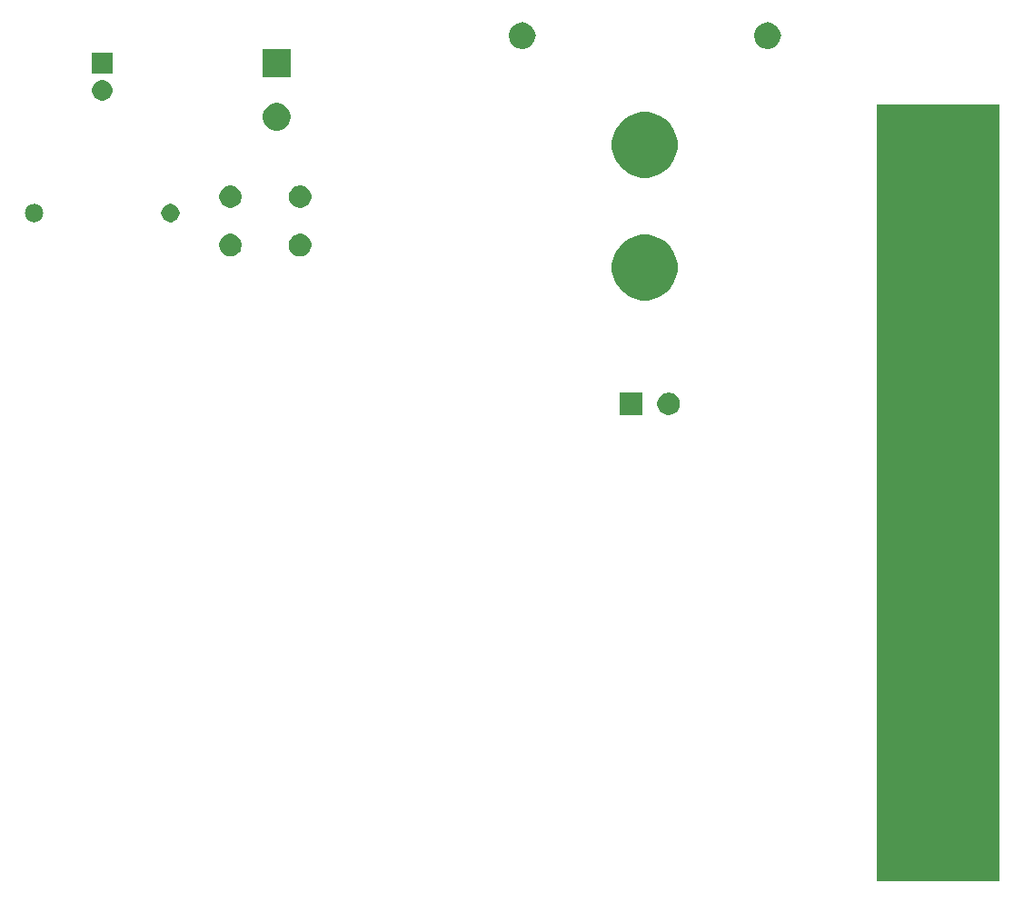
<source format=gbr>
G04 #@! TF.GenerationSoftware,KiCad,Pcbnew,5.0.1*
G04 #@! TF.CreationDate,2019-03-06T14:15:35+01:00*
G04 #@! TF.ProjectId,workshop,776F726B73686F702E6B696361645F70,rev?*
G04 #@! TF.SameCoordinates,Original*
G04 #@! TF.FileFunction,Soldermask,Top*
G04 #@! TF.FilePolarity,Negative*
%FSLAX46Y46*%
G04 Gerber Fmt 4.6, Leading zero omitted, Abs format (unit mm)*
G04 Created by KiCad (PCBNEW 5.0.1) date Mi 06 Mär 2019 14:15:35 CET*
%MOMM*%
%LPD*%
G01*
G04 APERTURE LIST*
%ADD10C,0.100000*%
G04 APERTURE END LIST*
D10*
G36*
X229870000Y-163852665D02*
X218440000Y-163852665D01*
X218440000Y-91462665D01*
X229870000Y-91462665D01*
X229870000Y-163852665D01*
X229870000Y-163852665D01*
G37*
G36*
X199386565Y-118369389D02*
X199577834Y-118448615D01*
X199749976Y-118563637D01*
X199896363Y-118710024D01*
X200011385Y-118882166D01*
X200090611Y-119073435D01*
X200131000Y-119276484D01*
X200131000Y-119483516D01*
X200090611Y-119686565D01*
X200011385Y-119877834D01*
X199896363Y-120049976D01*
X199749976Y-120196363D01*
X199577834Y-120311385D01*
X199386565Y-120390611D01*
X199183516Y-120431000D01*
X198976484Y-120431000D01*
X198773435Y-120390611D01*
X198582166Y-120311385D01*
X198410024Y-120196363D01*
X198263637Y-120049976D01*
X198148615Y-119877834D01*
X198069389Y-119686565D01*
X198029000Y-119483516D01*
X198029000Y-119276484D01*
X198069389Y-119073435D01*
X198148615Y-118882166D01*
X198263637Y-118710024D01*
X198410024Y-118563637D01*
X198582166Y-118448615D01*
X198773435Y-118369389D01*
X198976484Y-118329000D01*
X199183516Y-118329000D01*
X199386565Y-118369389D01*
X199386565Y-118369389D01*
G37*
G36*
X196631000Y-120431000D02*
X194529000Y-120431000D01*
X194529000Y-118329000D01*
X196631000Y-118329000D01*
X196631000Y-120431000D01*
X196631000Y-120431000D01*
G37*
G36*
X197739941Y-103746248D02*
X197739943Y-103746249D01*
X197739944Y-103746249D01*
X198295190Y-103976239D01*
X198295191Y-103976240D01*
X198794902Y-104310136D01*
X199219864Y-104735098D01*
X199219866Y-104735101D01*
X199553761Y-105234810D01*
X199783751Y-105790056D01*
X199901000Y-106379503D01*
X199901000Y-106980497D01*
X199783751Y-107569944D01*
X199553761Y-108125190D01*
X199553760Y-108125191D01*
X199219864Y-108624902D01*
X198794902Y-109049864D01*
X198794899Y-109049866D01*
X198295190Y-109383761D01*
X197739944Y-109613751D01*
X197739943Y-109613751D01*
X197739941Y-109613752D01*
X197150499Y-109731000D01*
X196549501Y-109731000D01*
X195960059Y-109613752D01*
X195960057Y-109613751D01*
X195960056Y-109613751D01*
X195404810Y-109383761D01*
X194905101Y-109049866D01*
X194905098Y-109049864D01*
X194480136Y-108624902D01*
X194146240Y-108125191D01*
X194146239Y-108125190D01*
X193916249Y-107569944D01*
X193799000Y-106980497D01*
X193799000Y-106379503D01*
X193916249Y-105790056D01*
X194146239Y-105234810D01*
X194480134Y-104735101D01*
X194480136Y-104735098D01*
X194905098Y-104310136D01*
X195404809Y-103976240D01*
X195404810Y-103976239D01*
X195960056Y-103746249D01*
X195960057Y-103746249D01*
X195960059Y-103746248D01*
X196549501Y-103629000D01*
X197150499Y-103629000D01*
X197739941Y-103746248D01*
X197739941Y-103746248D01*
G37*
G36*
X165048565Y-103565389D02*
X165239834Y-103644615D01*
X165411976Y-103759637D01*
X165558363Y-103906024D01*
X165673385Y-104078166D01*
X165752611Y-104269435D01*
X165793000Y-104472484D01*
X165793000Y-104679516D01*
X165752611Y-104882565D01*
X165673385Y-105073834D01*
X165558363Y-105245976D01*
X165411976Y-105392363D01*
X165239834Y-105507385D01*
X165048565Y-105586611D01*
X164845516Y-105627000D01*
X164638484Y-105627000D01*
X164435435Y-105586611D01*
X164244166Y-105507385D01*
X164072024Y-105392363D01*
X163925637Y-105245976D01*
X163810615Y-105073834D01*
X163731389Y-104882565D01*
X163691000Y-104679516D01*
X163691000Y-104472484D01*
X163731389Y-104269435D01*
X163810615Y-104078166D01*
X163925637Y-103906024D01*
X164072024Y-103759637D01*
X164244166Y-103644615D01*
X164435435Y-103565389D01*
X164638484Y-103525000D01*
X164845516Y-103525000D01*
X165048565Y-103565389D01*
X165048565Y-103565389D01*
G37*
G36*
X158548565Y-103565389D02*
X158739834Y-103644615D01*
X158911976Y-103759637D01*
X159058363Y-103906024D01*
X159173385Y-104078166D01*
X159252611Y-104269435D01*
X159293000Y-104472484D01*
X159293000Y-104679516D01*
X159252611Y-104882565D01*
X159173385Y-105073834D01*
X159058363Y-105245976D01*
X158911976Y-105392363D01*
X158739834Y-105507385D01*
X158548565Y-105586611D01*
X158345516Y-105627000D01*
X158138484Y-105627000D01*
X157935435Y-105586611D01*
X157744166Y-105507385D01*
X157572024Y-105392363D01*
X157425637Y-105245976D01*
X157310615Y-105073834D01*
X157231389Y-104882565D01*
X157191000Y-104679516D01*
X157191000Y-104472484D01*
X157231389Y-104269435D01*
X157310615Y-104078166D01*
X157425637Y-103906024D01*
X157572024Y-103759637D01*
X157744166Y-103644615D01*
X157935435Y-103565389D01*
X158138484Y-103525000D01*
X158345516Y-103525000D01*
X158548565Y-103565389D01*
X158548565Y-103565389D01*
G37*
G36*
X140120821Y-100761313D02*
X140120824Y-100761314D01*
X140120825Y-100761314D01*
X140281239Y-100809975D01*
X140281241Y-100809976D01*
X140281244Y-100809977D01*
X140429078Y-100888995D01*
X140558659Y-100995341D01*
X140665005Y-101124922D01*
X140744023Y-101272756D01*
X140744024Y-101272759D01*
X140744025Y-101272761D01*
X140792686Y-101433175D01*
X140792687Y-101433179D01*
X140809117Y-101600000D01*
X140792687Y-101766821D01*
X140792686Y-101766824D01*
X140792686Y-101766825D01*
X140767993Y-101848228D01*
X140744023Y-101927244D01*
X140665005Y-102075078D01*
X140558659Y-102204659D01*
X140429078Y-102311005D01*
X140281244Y-102390023D01*
X140281241Y-102390024D01*
X140281239Y-102390025D01*
X140120825Y-102438686D01*
X140120824Y-102438686D01*
X140120821Y-102438687D01*
X139995804Y-102451000D01*
X139912196Y-102451000D01*
X139787179Y-102438687D01*
X139787176Y-102438686D01*
X139787175Y-102438686D01*
X139626761Y-102390025D01*
X139626759Y-102390024D01*
X139626756Y-102390023D01*
X139478922Y-102311005D01*
X139349341Y-102204659D01*
X139242995Y-102075078D01*
X139163977Y-101927244D01*
X139140008Y-101848228D01*
X139115314Y-101766825D01*
X139115314Y-101766824D01*
X139115313Y-101766821D01*
X139098883Y-101600000D01*
X139115313Y-101433179D01*
X139115314Y-101433175D01*
X139163975Y-101272761D01*
X139163976Y-101272759D01*
X139163977Y-101272756D01*
X139242995Y-101124922D01*
X139349341Y-100995341D01*
X139478922Y-100888995D01*
X139626756Y-100809977D01*
X139626759Y-100809976D01*
X139626761Y-100809975D01*
X139787175Y-100761314D01*
X139787176Y-100761314D01*
X139787179Y-100761313D01*
X139912196Y-100749000D01*
X139995804Y-100749000D01*
X140120821Y-100761313D01*
X140120821Y-100761313D01*
G37*
G36*
X152902228Y-100781703D02*
X153057100Y-100845853D01*
X153196481Y-100938985D01*
X153315015Y-101057519D01*
X153408147Y-101196900D01*
X153472297Y-101351772D01*
X153505000Y-101516184D01*
X153505000Y-101683816D01*
X153472297Y-101848228D01*
X153408147Y-102003100D01*
X153315015Y-102142481D01*
X153196481Y-102261015D01*
X153057100Y-102354147D01*
X152902228Y-102418297D01*
X152737816Y-102451000D01*
X152570184Y-102451000D01*
X152405772Y-102418297D01*
X152250900Y-102354147D01*
X152111519Y-102261015D01*
X151992985Y-102142481D01*
X151899853Y-102003100D01*
X151835703Y-101848228D01*
X151803000Y-101683816D01*
X151803000Y-101516184D01*
X151835703Y-101351772D01*
X151899853Y-101196900D01*
X151992985Y-101057519D01*
X152111519Y-100938985D01*
X152250900Y-100845853D01*
X152405772Y-100781703D01*
X152570184Y-100749000D01*
X152737816Y-100749000D01*
X152902228Y-100781703D01*
X152902228Y-100781703D01*
G37*
G36*
X165048565Y-99065389D02*
X165239834Y-99144615D01*
X165411976Y-99259637D01*
X165558363Y-99406024D01*
X165673385Y-99578166D01*
X165752611Y-99769435D01*
X165793000Y-99972484D01*
X165793000Y-100179516D01*
X165752611Y-100382565D01*
X165673385Y-100573834D01*
X165558363Y-100745976D01*
X165411976Y-100892363D01*
X165239834Y-101007385D01*
X165048565Y-101086611D01*
X164845516Y-101127000D01*
X164638484Y-101127000D01*
X164435435Y-101086611D01*
X164244166Y-101007385D01*
X164072024Y-100892363D01*
X163925637Y-100745976D01*
X163810615Y-100573834D01*
X163731389Y-100382565D01*
X163691000Y-100179516D01*
X163691000Y-99972484D01*
X163731389Y-99769435D01*
X163810615Y-99578166D01*
X163925637Y-99406024D01*
X164072024Y-99259637D01*
X164244166Y-99144615D01*
X164435435Y-99065389D01*
X164638484Y-99025000D01*
X164845516Y-99025000D01*
X165048565Y-99065389D01*
X165048565Y-99065389D01*
G37*
G36*
X158548565Y-99065389D02*
X158739834Y-99144615D01*
X158911976Y-99259637D01*
X159058363Y-99406024D01*
X159173385Y-99578166D01*
X159252611Y-99769435D01*
X159293000Y-99972484D01*
X159293000Y-100179516D01*
X159252611Y-100382565D01*
X159173385Y-100573834D01*
X159058363Y-100745976D01*
X158911976Y-100892363D01*
X158739834Y-101007385D01*
X158548565Y-101086611D01*
X158345516Y-101127000D01*
X158138484Y-101127000D01*
X157935435Y-101086611D01*
X157744166Y-101007385D01*
X157572024Y-100892363D01*
X157425637Y-100745976D01*
X157310615Y-100573834D01*
X157231389Y-100382565D01*
X157191000Y-100179516D01*
X157191000Y-99972484D01*
X157231389Y-99769435D01*
X157310615Y-99578166D01*
X157425637Y-99406024D01*
X157572024Y-99259637D01*
X157744166Y-99144615D01*
X157935435Y-99065389D01*
X158138484Y-99025000D01*
X158345516Y-99025000D01*
X158548565Y-99065389D01*
X158548565Y-99065389D01*
G37*
G36*
X197739941Y-92316248D02*
X197739943Y-92316249D01*
X197739944Y-92316249D01*
X198295190Y-92546239D01*
X198788162Y-92875633D01*
X198794902Y-92880136D01*
X199219864Y-93305098D01*
X199219866Y-93305101D01*
X199553761Y-93804810D01*
X199783751Y-94360056D01*
X199901000Y-94949503D01*
X199901000Y-95550497D01*
X199783751Y-96139944D01*
X199553761Y-96695190D01*
X199553760Y-96695191D01*
X199219864Y-97194902D01*
X198794902Y-97619864D01*
X198794899Y-97619866D01*
X198295190Y-97953761D01*
X197739944Y-98183751D01*
X197739943Y-98183751D01*
X197739941Y-98183752D01*
X197150499Y-98301000D01*
X196549501Y-98301000D01*
X195960059Y-98183752D01*
X195960057Y-98183751D01*
X195960056Y-98183751D01*
X195404810Y-97953761D01*
X194905101Y-97619866D01*
X194905098Y-97619864D01*
X194480136Y-97194902D01*
X194146240Y-96695191D01*
X194146239Y-96695190D01*
X193916249Y-96139944D01*
X193799000Y-95550497D01*
X193799000Y-94949503D01*
X193916249Y-94360056D01*
X194146239Y-93804810D01*
X194480134Y-93305101D01*
X194480136Y-93305098D01*
X194905098Y-92880136D01*
X194911838Y-92875633D01*
X195404810Y-92546239D01*
X195960056Y-92316249D01*
X195960057Y-92316249D01*
X195960059Y-92316248D01*
X196549501Y-92199000D01*
X197150499Y-92199000D01*
X197739941Y-92316248D01*
X197739941Y-92316248D01*
G37*
G36*
X162939485Y-91378996D02*
X162939487Y-91378997D01*
X162939488Y-91378997D01*
X163141481Y-91462665D01*
X163176255Y-91477069D01*
X163389342Y-91619449D01*
X163570551Y-91800658D01*
X163712931Y-92013745D01*
X163811004Y-92250515D01*
X163861000Y-92501861D01*
X163861000Y-92758139D01*
X163811004Y-93009485D01*
X163712931Y-93246255D01*
X163570551Y-93459342D01*
X163389342Y-93640551D01*
X163389339Y-93640553D01*
X163176255Y-93782931D01*
X162939488Y-93881003D01*
X162939487Y-93881003D01*
X162939485Y-93881004D01*
X162688139Y-93931000D01*
X162431861Y-93931000D01*
X162180515Y-93881004D01*
X162180513Y-93881003D01*
X162180512Y-93881003D01*
X161943745Y-93782931D01*
X161730661Y-93640553D01*
X161730658Y-93640551D01*
X161549449Y-93459342D01*
X161407069Y-93246255D01*
X161308996Y-93009485D01*
X161259000Y-92758139D01*
X161259000Y-92501861D01*
X161308996Y-92250515D01*
X161407069Y-92013745D01*
X161549449Y-91800658D01*
X161730658Y-91619449D01*
X161943745Y-91477069D01*
X161978519Y-91462665D01*
X162180512Y-91378997D01*
X162180513Y-91378997D01*
X162180515Y-91378996D01*
X162431861Y-91329000D01*
X162688139Y-91329000D01*
X162939485Y-91378996D01*
X162939485Y-91378996D01*
G37*
G36*
X146581396Y-89255546D02*
X146754466Y-89327234D01*
X146910230Y-89431312D01*
X147042688Y-89563770D01*
X147146766Y-89719534D01*
X147218454Y-89892604D01*
X147255000Y-90076333D01*
X147255000Y-90263667D01*
X147218454Y-90447396D01*
X147146766Y-90620466D01*
X147042688Y-90776230D01*
X146910230Y-90908688D01*
X146754466Y-91012766D01*
X146581396Y-91084454D01*
X146397667Y-91121000D01*
X146210333Y-91121000D01*
X146026604Y-91084454D01*
X145853534Y-91012766D01*
X145697770Y-90908688D01*
X145565312Y-90776230D01*
X145461234Y-90620466D01*
X145389546Y-90447396D01*
X145353000Y-90263667D01*
X145353000Y-90076333D01*
X145389546Y-89892604D01*
X145461234Y-89719534D01*
X145565312Y-89563770D01*
X145697770Y-89431312D01*
X145853534Y-89327234D01*
X146026604Y-89255546D01*
X146210333Y-89219000D01*
X146397667Y-89219000D01*
X146581396Y-89255546D01*
X146581396Y-89255546D01*
G37*
G36*
X163861000Y-88931000D02*
X161259000Y-88931000D01*
X161259000Y-86329000D01*
X163861000Y-86329000D01*
X163861000Y-88931000D01*
X163861000Y-88931000D01*
G37*
G36*
X147255000Y-88581000D02*
X145353000Y-88581000D01*
X145353000Y-86679000D01*
X147255000Y-86679000D01*
X147255000Y-88581000D01*
X147255000Y-88581000D01*
G37*
G36*
X208766008Y-83916673D02*
X209178026Y-84191974D01*
X209453327Y-84603992D01*
X209550000Y-85090000D01*
X209453327Y-85576008D01*
X209178026Y-85988026D01*
X208766008Y-86263327D01*
X208280000Y-86360000D01*
X207793992Y-86263327D01*
X207381974Y-85988026D01*
X207106673Y-85576008D01*
X207010000Y-85090000D01*
X207106673Y-84603992D01*
X207381974Y-84191974D01*
X207793992Y-83916673D01*
X208280000Y-83820000D01*
X208766008Y-83916673D01*
X208766008Y-83916673D01*
G37*
G36*
X185906008Y-83916673D02*
X186318026Y-84191974D01*
X186593327Y-84603992D01*
X186690000Y-85090000D01*
X186593327Y-85576008D01*
X186318026Y-85988026D01*
X185906008Y-86263327D01*
X185420000Y-86360000D01*
X184933992Y-86263327D01*
X184521974Y-85988026D01*
X184246673Y-85576008D01*
X184150000Y-85090000D01*
X184246673Y-84603992D01*
X184521974Y-84191974D01*
X184933992Y-83916673D01*
X185420000Y-83820000D01*
X185906008Y-83916673D01*
X185906008Y-83916673D01*
G37*
M02*

</source>
